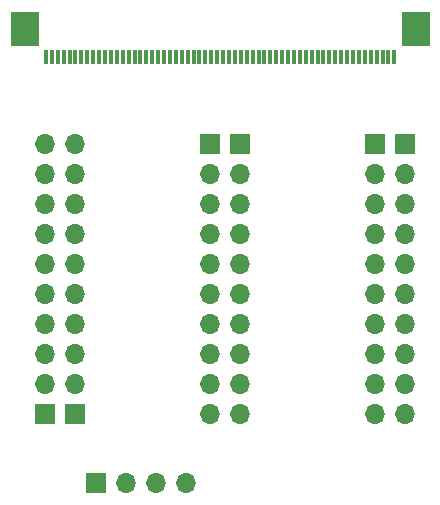
<source format=gts>
G04 #@! TF.GenerationSoftware,KiCad,Pcbnew,(5.1.6-0-10_14)*
G04 #@! TF.CreationDate,2021-08-31T16:03:37+09:00*
G04 #@! TF.ProjectId,FFCbreak,46464362-7265-4616-9b2e-6b696361645f,rev?*
G04 #@! TF.SameCoordinates,Original*
G04 #@! TF.FileFunction,Soldermask,Top*
G04 #@! TF.FilePolarity,Negative*
%FSLAX46Y46*%
G04 Gerber Fmt 4.6, Leading zero omitted, Abs format (unit mm)*
G04 Created by KiCad (PCBNEW (5.1.6-0-10_14)) date 2021-08-31 16:03:37*
%MOMM*%
%LPD*%
G01*
G04 APERTURE LIST*
%ADD10R,0.300000X1.250000*%
%ADD11R,2.400000X3.000000*%
%ADD12O,1.700000X1.700000*%
%ADD13R,1.700000X1.700000*%
G04 APERTURE END LIST*
D10*
G04 #@! TO.C,J1*
X135000000Y-65000000D03*
X134500000Y-65000000D03*
X134000000Y-65000000D03*
X133500000Y-65000000D03*
X133000000Y-65000000D03*
X132500000Y-65000000D03*
X132000000Y-65000000D03*
X131500000Y-65000000D03*
X131000000Y-65000000D03*
X130500000Y-65000000D03*
X130000000Y-65000000D03*
X129500000Y-65000000D03*
X129000000Y-65000000D03*
X128500000Y-65000000D03*
X128000000Y-65000000D03*
X127500000Y-65000000D03*
X127000000Y-65000000D03*
X126500000Y-65000000D03*
X126000000Y-65000000D03*
X125500000Y-65000000D03*
X125000000Y-65000000D03*
X124500000Y-65000000D03*
X124000000Y-65000000D03*
X123500000Y-65000000D03*
X123000000Y-65000000D03*
X122500000Y-65000000D03*
X122000000Y-65000000D03*
X121500000Y-65000000D03*
X121000000Y-65000000D03*
X120500000Y-65000000D03*
X120000000Y-65000000D03*
X119500000Y-65000000D03*
X119000000Y-65000000D03*
X118500000Y-65000000D03*
X118000000Y-65000000D03*
X117500000Y-65000000D03*
X117000000Y-65000000D03*
X116500000Y-65000000D03*
X116000000Y-65000000D03*
X115500000Y-65000000D03*
X115000000Y-65000000D03*
X114500000Y-65000000D03*
X114000000Y-65000000D03*
X113500000Y-65000000D03*
X113000000Y-65000000D03*
X112500000Y-65000000D03*
X112000000Y-65000000D03*
X111500000Y-65000000D03*
X111000000Y-65000000D03*
X110500000Y-65000000D03*
X110000000Y-65000000D03*
X109500000Y-65000000D03*
X109000000Y-65000000D03*
X108500000Y-65000000D03*
X108000000Y-65000000D03*
X107500000Y-65000000D03*
X107000000Y-65000000D03*
X106500000Y-65000000D03*
X106000000Y-65000000D03*
X105500000Y-65000000D03*
D11*
X136800000Y-62675000D03*
X103700000Y-62675000D03*
G04 #@! TD*
D12*
G04 #@! TO.C,J2*
X135890000Y-95250000D03*
X135890000Y-92710000D03*
X135890000Y-90170000D03*
X135890000Y-87630000D03*
X135890000Y-85090000D03*
X135890000Y-82550000D03*
X135890000Y-80010000D03*
X135890000Y-77470000D03*
X135890000Y-74930000D03*
D13*
X135890000Y-72390000D03*
G04 #@! TD*
G04 #@! TO.C,J3*
X133350000Y-72390000D03*
D12*
X133350000Y-74930000D03*
X133350000Y-77470000D03*
X133350000Y-80010000D03*
X133350000Y-82550000D03*
X133350000Y-85090000D03*
X133350000Y-87630000D03*
X133350000Y-90170000D03*
X133350000Y-92710000D03*
X133350000Y-95250000D03*
G04 #@! TD*
G04 #@! TO.C,J4*
X119380000Y-95250000D03*
X119380000Y-92710000D03*
X119380000Y-90170000D03*
X119380000Y-87630000D03*
X119380000Y-85090000D03*
X119380000Y-82550000D03*
X119380000Y-80010000D03*
X119380000Y-77470000D03*
X119380000Y-74930000D03*
D13*
X119380000Y-72390000D03*
G04 #@! TD*
G04 #@! TO.C,J5*
X121920000Y-72390000D03*
D12*
X121920000Y-74930000D03*
X121920000Y-77470000D03*
X121920000Y-80010000D03*
X121920000Y-82550000D03*
X121920000Y-85090000D03*
X121920000Y-87630000D03*
X121920000Y-90170000D03*
X121920000Y-92710000D03*
X121920000Y-95250000D03*
G04 #@! TD*
G04 #@! TO.C,J6*
X107950000Y-72390000D03*
X107950000Y-74930000D03*
X107950000Y-77470000D03*
X107950000Y-80010000D03*
X107950000Y-82550000D03*
X107950000Y-85090000D03*
X107950000Y-87630000D03*
X107950000Y-90170000D03*
X107950000Y-92710000D03*
D13*
X107950000Y-95250000D03*
G04 #@! TD*
G04 #@! TO.C,J7*
X105410000Y-95250000D03*
D12*
X105410000Y-92710000D03*
X105410000Y-90170000D03*
X105410000Y-87630000D03*
X105410000Y-85090000D03*
X105410000Y-82550000D03*
X105410000Y-80010000D03*
X105410000Y-77470000D03*
X105410000Y-74930000D03*
X105410000Y-72390000D03*
G04 #@! TD*
G04 #@! TO.C,J8*
X117340000Y-101084000D03*
X114800000Y-101084000D03*
X112260000Y-101084000D03*
D13*
X109720000Y-101084000D03*
G04 #@! TD*
M02*

</source>
